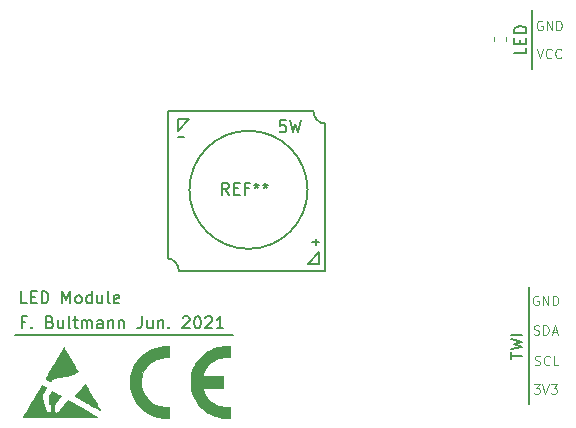
<source format=gbr>
%TF.GenerationSoftware,KiCad,Pcbnew,5.99.0-unknown-5c21f93803~130~ubuntu20.04.1*%
%TF.CreationDate,2021-06-27T11:12:40+02:00*%
%TF.ProjectId,LED-Modul,4c45442d-4d6f-4647-956c-2e6b69636164,rev?*%
%TF.SameCoordinates,Original*%
%TF.FileFunction,Legend,Top*%
%TF.FilePolarity,Positive*%
%FSLAX46Y46*%
G04 Gerber Fmt 4.6, Leading zero omitted, Abs format (unit mm)*
G04 Created by KiCad (PCBNEW 5.99.0-unknown-5c21f93803~130~ubuntu20.04.1) date 2021-06-27 11:12:40*
%MOMM*%
%LPD*%
G01*
G04 APERTURE LIST*
%ADD10C,0.150000*%
%ADD11C,0.100000*%
%ADD12C,0.200000*%
%ADD13C,0.120000*%
%ADD14C,0.010000*%
G04 APERTURE END LIST*
D10*
X168997952Y-85812000D02*
X168997952Y-80812000D01*
X125184190Y-108268000D02*
X143684190Y-108268000D01*
X168729952Y-114170000D02*
X168729952Y-104270000D01*
D11*
X169227619Y-110813809D02*
X169341904Y-110851904D01*
X169532380Y-110851904D01*
X169608571Y-110813809D01*
X169646666Y-110775714D01*
X169684761Y-110699523D01*
X169684761Y-110623333D01*
X169646666Y-110547142D01*
X169608571Y-110509047D01*
X169532380Y-110470952D01*
X169380000Y-110432857D01*
X169303809Y-110394761D01*
X169265714Y-110356666D01*
X169227619Y-110280476D01*
X169227619Y-110204285D01*
X169265714Y-110128095D01*
X169303809Y-110090000D01*
X169380000Y-110051904D01*
X169570476Y-110051904D01*
X169684761Y-110090000D01*
X170484761Y-110775714D02*
X170446666Y-110813809D01*
X170332380Y-110851904D01*
X170256190Y-110851904D01*
X170141904Y-110813809D01*
X170065714Y-110737619D01*
X170027619Y-110661428D01*
X169989523Y-110509047D01*
X169989523Y-110394761D01*
X170027619Y-110242380D01*
X170065714Y-110166190D01*
X170141904Y-110090000D01*
X170256190Y-110051904D01*
X170332380Y-110051904D01*
X170446666Y-110090000D01*
X170484761Y-110128095D01*
X171208571Y-110851904D02*
X170827619Y-110851904D01*
X170827619Y-110051904D01*
X169520428Y-105010000D02*
X169444237Y-104971904D01*
X169329952Y-104971904D01*
X169215666Y-105010000D01*
X169139475Y-105086190D01*
X169101380Y-105162380D01*
X169063285Y-105314761D01*
X169063285Y-105429047D01*
X169101380Y-105581428D01*
X169139475Y-105657619D01*
X169215666Y-105733809D01*
X169329952Y-105771904D01*
X169406142Y-105771904D01*
X169520428Y-105733809D01*
X169558523Y-105695714D01*
X169558523Y-105429047D01*
X169406142Y-105429047D01*
X169901380Y-105771904D02*
X169901380Y-104971904D01*
X170358523Y-105771904D01*
X170358523Y-104971904D01*
X170739475Y-105771904D02*
X170739475Y-104971904D01*
X170929952Y-104971904D01*
X171044237Y-105010000D01*
X171120428Y-105086190D01*
X171158523Y-105162380D01*
X171196618Y-105314761D01*
X171196618Y-105429047D01*
X171158523Y-105581428D01*
X171120428Y-105657619D01*
X171044237Y-105733809D01*
X170929952Y-105771904D01*
X170739475Y-105771904D01*
X169386285Y-84073904D02*
X169652952Y-84873904D01*
X169919618Y-84073904D01*
X170643428Y-84797714D02*
X170605332Y-84835809D01*
X170491047Y-84873904D01*
X170414856Y-84873904D01*
X170300571Y-84835809D01*
X170224380Y-84759619D01*
X170186285Y-84683428D01*
X170148190Y-84531047D01*
X170148190Y-84416761D01*
X170186285Y-84264380D01*
X170224380Y-84188190D01*
X170300571Y-84112000D01*
X170414856Y-84073904D01*
X170491047Y-84073904D01*
X170605332Y-84112000D01*
X170643428Y-84150095D01*
X171443428Y-84797714D02*
X171405332Y-84835809D01*
X171291047Y-84873904D01*
X171214856Y-84873904D01*
X171100571Y-84835809D01*
X171024380Y-84759619D01*
X170986285Y-84683428D01*
X170948190Y-84531047D01*
X170948190Y-84416761D01*
X170986285Y-84264380D01*
X171024380Y-84188190D01*
X171100571Y-84112000D01*
X171214856Y-84073904D01*
X171291047Y-84073904D01*
X171405332Y-84112000D01*
X171443428Y-84150095D01*
D12*
X126236000Y-105608380D02*
X125759809Y-105608380D01*
X125759809Y-104608380D01*
X126569333Y-105084571D02*
X126902666Y-105084571D01*
X127045523Y-105608380D02*
X126569333Y-105608380D01*
X126569333Y-104608380D01*
X127045523Y-104608380D01*
X127474095Y-105608380D02*
X127474095Y-104608380D01*
X127712190Y-104608380D01*
X127855047Y-104656000D01*
X127950285Y-104751238D01*
X127997904Y-104846476D01*
X128045523Y-105036952D01*
X128045523Y-105179809D01*
X127997904Y-105370285D01*
X127950285Y-105465523D01*
X127855047Y-105560761D01*
X127712190Y-105608380D01*
X127474095Y-105608380D01*
X129236000Y-105608380D02*
X129236000Y-104608380D01*
X129569333Y-105322666D01*
X129902666Y-104608380D01*
X129902666Y-105608380D01*
X130521714Y-105608380D02*
X130426476Y-105560761D01*
X130378857Y-105513142D01*
X130331238Y-105417904D01*
X130331238Y-105132190D01*
X130378857Y-105036952D01*
X130426476Y-104989333D01*
X130521714Y-104941714D01*
X130664571Y-104941714D01*
X130759809Y-104989333D01*
X130807428Y-105036952D01*
X130855047Y-105132190D01*
X130855047Y-105417904D01*
X130807428Y-105513142D01*
X130759809Y-105560761D01*
X130664571Y-105608380D01*
X130521714Y-105608380D01*
X131712190Y-105608380D02*
X131712190Y-104608380D01*
X131712190Y-105560761D02*
X131616952Y-105608380D01*
X131426476Y-105608380D01*
X131331238Y-105560761D01*
X131283619Y-105513142D01*
X131236000Y-105417904D01*
X131236000Y-105132190D01*
X131283619Y-105036952D01*
X131331238Y-104989333D01*
X131426476Y-104941714D01*
X131616952Y-104941714D01*
X131712190Y-104989333D01*
X132616952Y-104941714D02*
X132616952Y-105608380D01*
X132188380Y-104941714D02*
X132188380Y-105465523D01*
X132236000Y-105560761D01*
X132331238Y-105608380D01*
X132474095Y-105608380D01*
X132569333Y-105560761D01*
X132616952Y-105513142D01*
X133236000Y-105608380D02*
X133140761Y-105560761D01*
X133093142Y-105465523D01*
X133093142Y-104608380D01*
X133997904Y-105560761D02*
X133902666Y-105608380D01*
X133712190Y-105608380D01*
X133616952Y-105560761D01*
X133569333Y-105465523D01*
X133569333Y-105084571D01*
X133616952Y-104989333D01*
X133712190Y-104941714D01*
X133902666Y-104941714D01*
X133997904Y-104989333D01*
X134045523Y-105084571D01*
X134045523Y-105179809D01*
X133569333Y-105275047D01*
X167182332Y-110315238D02*
X167182332Y-109743809D01*
X168182332Y-110029523D02*
X167182332Y-110029523D01*
X167182332Y-109505714D02*
X168182332Y-109267619D01*
X167468047Y-109077142D01*
X168182332Y-108886666D01*
X167182332Y-108648571D01*
X168182332Y-108267619D02*
X167182332Y-108267619D01*
X126101809Y-107196571D02*
X125768475Y-107196571D01*
X125768475Y-107720380D02*
X125768475Y-106720380D01*
X126244666Y-106720380D01*
X126625618Y-107625142D02*
X126673237Y-107672761D01*
X126625618Y-107720380D01*
X126577999Y-107672761D01*
X126625618Y-107625142D01*
X126625618Y-107720380D01*
X128197047Y-107196571D02*
X128339904Y-107244190D01*
X128387523Y-107291809D01*
X128435142Y-107387047D01*
X128435142Y-107529904D01*
X128387523Y-107625142D01*
X128339904Y-107672761D01*
X128244666Y-107720380D01*
X127863713Y-107720380D01*
X127863713Y-106720380D01*
X128197047Y-106720380D01*
X128292285Y-106768000D01*
X128339904Y-106815619D01*
X128387523Y-106910857D01*
X128387523Y-107006095D01*
X128339904Y-107101333D01*
X128292285Y-107148952D01*
X128197047Y-107196571D01*
X127863713Y-107196571D01*
X129292285Y-107053714D02*
X129292285Y-107720380D01*
X128863713Y-107053714D02*
X128863713Y-107577523D01*
X128911332Y-107672761D01*
X129006570Y-107720380D01*
X129149428Y-107720380D01*
X129244666Y-107672761D01*
X129292285Y-107625142D01*
X129911332Y-107720380D02*
X129816094Y-107672761D01*
X129768475Y-107577523D01*
X129768475Y-106720380D01*
X130149428Y-107053714D02*
X130530380Y-107053714D01*
X130292285Y-106720380D02*
X130292285Y-107577523D01*
X130339904Y-107672761D01*
X130435142Y-107720380D01*
X130530380Y-107720380D01*
X130863713Y-107720380D02*
X130863713Y-107053714D01*
X130863713Y-107148952D02*
X130911332Y-107101333D01*
X131006570Y-107053714D01*
X131149428Y-107053714D01*
X131244666Y-107101333D01*
X131292285Y-107196571D01*
X131292285Y-107720380D01*
X131292285Y-107196571D02*
X131339904Y-107101333D01*
X131435142Y-107053714D01*
X131577999Y-107053714D01*
X131673237Y-107101333D01*
X131720856Y-107196571D01*
X131720856Y-107720380D01*
X132625618Y-107720380D02*
X132625618Y-107196571D01*
X132577999Y-107101333D01*
X132482761Y-107053714D01*
X132292285Y-107053714D01*
X132197047Y-107101333D01*
X132625618Y-107672761D02*
X132530380Y-107720380D01*
X132292285Y-107720380D01*
X132197047Y-107672761D01*
X132149428Y-107577523D01*
X132149428Y-107482285D01*
X132197047Y-107387047D01*
X132292285Y-107339428D01*
X132530380Y-107339428D01*
X132625618Y-107291809D01*
X133101809Y-107053714D02*
X133101809Y-107720380D01*
X133101809Y-107148952D02*
X133149428Y-107101333D01*
X133244666Y-107053714D01*
X133387523Y-107053714D01*
X133482761Y-107101333D01*
X133530380Y-107196571D01*
X133530380Y-107720380D01*
X134006570Y-107053714D02*
X134006570Y-107720380D01*
X134006570Y-107148952D02*
X134054190Y-107101333D01*
X134149428Y-107053714D01*
X134292285Y-107053714D01*
X134387523Y-107101333D01*
X134435142Y-107196571D01*
X134435142Y-107720380D01*
X135958951Y-106720380D02*
X135958951Y-107434666D01*
X135911332Y-107577523D01*
X135816094Y-107672761D01*
X135673237Y-107720380D01*
X135577999Y-107720380D01*
X136863713Y-107053714D02*
X136863713Y-107720380D01*
X136435142Y-107053714D02*
X136435142Y-107577523D01*
X136482761Y-107672761D01*
X136577999Y-107720380D01*
X136720856Y-107720380D01*
X136816094Y-107672761D01*
X136863713Y-107625142D01*
X137339904Y-107053714D02*
X137339904Y-107720380D01*
X137339904Y-107148952D02*
X137387523Y-107101333D01*
X137482761Y-107053714D01*
X137625618Y-107053714D01*
X137720856Y-107101333D01*
X137768475Y-107196571D01*
X137768475Y-107720380D01*
X138244666Y-107625142D02*
X138292285Y-107672761D01*
X138244666Y-107720380D01*
X138197047Y-107672761D01*
X138244666Y-107625142D01*
X138244666Y-107720380D01*
X139435142Y-106815619D02*
X139482761Y-106768000D01*
X139577999Y-106720380D01*
X139816094Y-106720380D01*
X139911332Y-106768000D01*
X139958951Y-106815619D01*
X140006570Y-106910857D01*
X140006570Y-107006095D01*
X139958951Y-107148952D01*
X139387523Y-107720380D01*
X140006570Y-107720380D01*
X140625618Y-106720380D02*
X140720856Y-106720380D01*
X140816094Y-106768000D01*
X140863713Y-106815619D01*
X140911332Y-106910857D01*
X140958951Y-107101333D01*
X140958951Y-107339428D01*
X140911332Y-107529904D01*
X140863713Y-107625142D01*
X140816094Y-107672761D01*
X140720856Y-107720380D01*
X140625618Y-107720380D01*
X140530380Y-107672761D01*
X140482761Y-107625142D01*
X140435142Y-107529904D01*
X140387523Y-107339428D01*
X140387523Y-107101333D01*
X140435142Y-106910857D01*
X140482761Y-106815619D01*
X140530380Y-106768000D01*
X140625618Y-106720380D01*
X141339904Y-106815619D02*
X141387523Y-106768000D01*
X141482761Y-106720380D01*
X141720856Y-106720380D01*
X141816094Y-106768000D01*
X141863713Y-106815619D01*
X141911332Y-106910857D01*
X141911332Y-107006095D01*
X141863713Y-107148952D01*
X141292285Y-107720380D01*
X141911332Y-107720380D01*
X142863713Y-107720380D02*
X142292285Y-107720380D01*
X142577999Y-107720380D02*
X142577999Y-106720380D01*
X142482761Y-106863238D01*
X142387523Y-106958476D01*
X142292285Y-107006095D01*
D11*
X169843428Y-81712000D02*
X169767237Y-81673904D01*
X169652952Y-81673904D01*
X169538666Y-81712000D01*
X169462475Y-81788190D01*
X169424380Y-81864380D01*
X169386285Y-82016761D01*
X169386285Y-82131047D01*
X169424380Y-82283428D01*
X169462475Y-82359619D01*
X169538666Y-82435809D01*
X169652952Y-82473904D01*
X169729142Y-82473904D01*
X169843428Y-82435809D01*
X169881523Y-82397714D01*
X169881523Y-82131047D01*
X169729142Y-82131047D01*
X170224380Y-82473904D02*
X170224380Y-81673904D01*
X170681523Y-82473904D01*
X170681523Y-81673904D01*
X171062475Y-82473904D02*
X171062475Y-81673904D01*
X171252952Y-81673904D01*
X171367237Y-81712000D01*
X171443428Y-81788190D01*
X171481523Y-81864380D01*
X171519618Y-82016761D01*
X171519618Y-82131047D01*
X171481523Y-82283428D01*
X171443428Y-82359619D01*
X171367237Y-82435809D01*
X171252952Y-82473904D01*
X171062475Y-82473904D01*
D12*
X168505332Y-83954857D02*
X168505332Y-84431047D01*
X167505332Y-84431047D01*
X167981523Y-83621523D02*
X167981523Y-83288190D01*
X168505332Y-83145333D02*
X168505332Y-83621523D01*
X167505332Y-83621523D01*
X167505332Y-83145333D01*
X168505332Y-82716761D02*
X167505332Y-82716761D01*
X167505332Y-82478666D01*
X167552952Y-82335809D01*
X167648190Y-82240571D01*
X167743428Y-82192952D01*
X167933904Y-82145333D01*
X168076761Y-82145333D01*
X168267237Y-82192952D01*
X168362475Y-82240571D01*
X168457713Y-82335809D01*
X168505332Y-82478666D01*
X168505332Y-82716761D01*
D11*
X169158523Y-108233809D02*
X169272809Y-108271904D01*
X169463285Y-108271904D01*
X169539475Y-108233809D01*
X169577571Y-108195714D01*
X169615666Y-108119523D01*
X169615666Y-108043333D01*
X169577571Y-107967142D01*
X169539475Y-107929047D01*
X169463285Y-107890952D01*
X169310904Y-107852857D01*
X169234713Y-107814761D01*
X169196618Y-107776666D01*
X169158523Y-107700476D01*
X169158523Y-107624285D01*
X169196618Y-107548095D01*
X169234713Y-107510000D01*
X169310904Y-107471904D01*
X169501380Y-107471904D01*
X169615666Y-107510000D01*
X169958523Y-108271904D02*
X169958523Y-107471904D01*
X170148999Y-107471904D01*
X170263285Y-107510000D01*
X170339475Y-107586190D01*
X170377571Y-107662380D01*
X170415666Y-107814761D01*
X170415666Y-107929047D01*
X170377571Y-108081428D01*
X170339475Y-108157619D01*
X170263285Y-108233809D01*
X170148999Y-108271904D01*
X169958523Y-108271904D01*
X170720428Y-108043333D02*
X171101380Y-108043333D01*
X170644237Y-108271904D02*
X170910904Y-107471904D01*
X171177571Y-108271904D01*
X169139475Y-112471904D02*
X169634713Y-112471904D01*
X169368047Y-112776666D01*
X169482332Y-112776666D01*
X169558523Y-112814761D01*
X169596618Y-112852857D01*
X169634713Y-112929047D01*
X169634713Y-113119523D01*
X169596618Y-113195714D01*
X169558523Y-113233809D01*
X169482332Y-113271904D01*
X169253761Y-113271904D01*
X169177571Y-113233809D01*
X169139475Y-113195714D01*
X169863285Y-112471904D02*
X170129952Y-113271904D01*
X170396618Y-112471904D01*
X170587094Y-112471904D02*
X171082332Y-112471904D01*
X170815666Y-112776666D01*
X170929952Y-112776666D01*
X171006142Y-112814761D01*
X171044237Y-112852857D01*
X171082332Y-112929047D01*
X171082332Y-113119523D01*
X171044237Y-113195714D01*
X171006142Y-113233809D01*
X170929952Y-113271904D01*
X170701380Y-113271904D01*
X170625190Y-113233809D01*
X170587094Y-113195714D01*
D10*
%TO.C,REF\u002A\u002A*%
X143326666Y-96412380D02*
X142993333Y-95936190D01*
X142755238Y-96412380D02*
X142755238Y-95412380D01*
X143136190Y-95412380D01*
X143231428Y-95460000D01*
X143279047Y-95507619D01*
X143326666Y-95602857D01*
X143326666Y-95745714D01*
X143279047Y-95840952D01*
X143231428Y-95888571D01*
X143136190Y-95936190D01*
X142755238Y-95936190D01*
X143755238Y-95888571D02*
X144088571Y-95888571D01*
X144231428Y-96412380D02*
X143755238Y-96412380D01*
X143755238Y-95412380D01*
X144231428Y-95412380D01*
X144993333Y-95888571D02*
X144660000Y-95888571D01*
X144660000Y-96412380D02*
X144660000Y-95412380D01*
X145136190Y-95412380D01*
X145660000Y-95412380D02*
X145660000Y-95650476D01*
X145421904Y-95555238D02*
X145660000Y-95650476D01*
X145898095Y-95555238D01*
X145517142Y-95840952D02*
X145660000Y-95650476D01*
X145802857Y-95840952D01*
X146421904Y-95412380D02*
X146421904Y-95650476D01*
X146183809Y-95555238D02*
X146421904Y-95650476D01*
X146660000Y-95555238D01*
X146279047Y-95840952D02*
X146421904Y-95650476D01*
X146564761Y-95840952D01*
X148151666Y-90130380D02*
X147675476Y-90130380D01*
X147627857Y-90606571D01*
X147675476Y-90558952D01*
X147770714Y-90511333D01*
X148008809Y-90511333D01*
X148104047Y-90558952D01*
X148151666Y-90606571D01*
X148199285Y-90701809D01*
X148199285Y-90939904D01*
X148151666Y-91035142D01*
X148104047Y-91082761D01*
X148008809Y-91130380D01*
X147770714Y-91130380D01*
X147675476Y-91082761D01*
X147627857Y-91035142D01*
X148532619Y-90130380D02*
X148770714Y-91130380D01*
X148961190Y-90416095D01*
X149151666Y-91130380D01*
X149389761Y-90130380D01*
D13*
X165790000Y-83396267D02*
X165790000Y-83103733D01*
X166810000Y-83396267D02*
X166810000Y-83103733D01*
D14*
X138123377Y-109252315D02*
X138187860Y-109253975D01*
X138187860Y-109253975D02*
X138234493Y-109256945D01*
X138234493Y-109256945D02*
X138254841Y-109260088D01*
X138254841Y-109260088D02*
X138284607Y-109268065D01*
X138284607Y-109268065D02*
X138284607Y-110188530D01*
X138284607Y-110188530D02*
X138075071Y-110181259D01*
X138075071Y-110181259D02*
X137865237Y-110181523D01*
X137865237Y-110181523D02*
X137671049Y-110198382D01*
X137671049Y-110198382D02*
X137486610Y-110233075D01*
X137486610Y-110233075D02*
X137306022Y-110286839D01*
X137306022Y-110286839D02*
X137123387Y-110360911D01*
X137123387Y-110360911D02*
X137047679Y-110396879D01*
X137047679Y-110396879D02*
X136867128Y-110495977D01*
X136867128Y-110495977D02*
X136704488Y-110607326D01*
X136704488Y-110607326D02*
X136552091Y-110736408D01*
X136552091Y-110736408D02*
X136492812Y-110793705D01*
X136492812Y-110793705D02*
X136336175Y-110968861D01*
X136336175Y-110968861D02*
X136200663Y-111159520D01*
X136200663Y-111159520D02*
X136086956Y-111364394D01*
X136086956Y-111364394D02*
X135995734Y-111582193D01*
X135995734Y-111582193D02*
X135927675Y-111811629D01*
X135927675Y-111811629D02*
X135907516Y-111904197D01*
X135907516Y-111904197D02*
X135895367Y-111988244D01*
X135895367Y-111988244D02*
X135887256Y-112091234D01*
X135887256Y-112091234D02*
X135883175Y-112205965D01*
X135883175Y-112205965D02*
X135883116Y-112325234D01*
X135883116Y-112325234D02*
X135887074Y-112441837D01*
X135887074Y-112441837D02*
X135895041Y-112548571D01*
X135895041Y-112548571D02*
X135907009Y-112638233D01*
X135907009Y-112638233D02*
X135908247Y-112645031D01*
X135908247Y-112645031D02*
X135964101Y-112873759D01*
X135964101Y-112873759D02*
X136043489Y-113091965D01*
X136043489Y-113091965D02*
X136145121Y-113298177D01*
X136145121Y-113298177D02*
X136267712Y-113490928D01*
X136267712Y-113490928D02*
X136409971Y-113668748D01*
X136409971Y-113668748D02*
X136570611Y-113830168D01*
X136570611Y-113830168D02*
X136748345Y-113973719D01*
X136748345Y-113973719D02*
X136941883Y-114097931D01*
X136941883Y-114097931D02*
X137149938Y-114201336D01*
X137149938Y-114201336D02*
X137333427Y-114270535D01*
X137333427Y-114270535D02*
X137436567Y-114302118D01*
X137436567Y-114302118D02*
X137531297Y-114326129D01*
X137531297Y-114326129D02*
X137624060Y-114343463D01*
X137624060Y-114343463D02*
X137721296Y-114355016D01*
X137721296Y-114355016D02*
X137829448Y-114361680D01*
X137829448Y-114361680D02*
X137954957Y-114364352D01*
X137954957Y-114364352D02*
X138010101Y-114364504D01*
X138010101Y-114364504D02*
X138284607Y-114364186D01*
X138284607Y-114364186D02*
X138284607Y-115281164D01*
X138284607Y-115281164D02*
X138254841Y-115289141D01*
X138254841Y-115289141D02*
X138229441Y-115292138D01*
X138229441Y-115292138D02*
X138182446Y-115294203D01*
X138182446Y-115294203D02*
X138118700Y-115295382D01*
X138118700Y-115295382D02*
X138043048Y-115295723D01*
X138043048Y-115295723D02*
X137960336Y-115295274D01*
X137960336Y-115295274D02*
X137875407Y-115294083D01*
X137875407Y-115294083D02*
X137793107Y-115292197D01*
X137793107Y-115292197D02*
X137718281Y-115289663D01*
X137718281Y-115289663D02*
X137655773Y-115286531D01*
X137655773Y-115286531D02*
X137610428Y-115282847D01*
X137610428Y-115282847D02*
X137609919Y-115282789D01*
X137609919Y-115282789D02*
X137496919Y-115266341D01*
X137496919Y-115266341D02*
X137369318Y-115241706D01*
X137369318Y-115241706D02*
X137236852Y-115211083D01*
X137236852Y-115211083D02*
X137109256Y-115176667D01*
X137109256Y-115176667D02*
X137028174Y-115151536D01*
X137028174Y-115151536D02*
X136763637Y-115050498D01*
X136763637Y-115050498D02*
X136512913Y-114927513D01*
X136512913Y-114927513D02*
X136276995Y-114783777D01*
X136276995Y-114783777D02*
X136056870Y-114620487D01*
X136056870Y-114620487D02*
X135853530Y-114438838D01*
X135853530Y-114438838D02*
X135667963Y-114240026D01*
X135667963Y-114240026D02*
X135501160Y-114025247D01*
X135501160Y-114025247D02*
X135354111Y-113795698D01*
X135354111Y-113795698D02*
X135227805Y-113552573D01*
X135227805Y-113552573D02*
X135123232Y-113297070D01*
X135123232Y-113297070D02*
X135041382Y-113030383D01*
X135041382Y-113030383D02*
X134983245Y-112753709D01*
X134983245Y-112753709D02*
X134970028Y-112664875D01*
X134970028Y-112664875D02*
X134961572Y-112580107D01*
X134961572Y-112580107D02*
X134955753Y-112476118D01*
X134955753Y-112476118D02*
X134952572Y-112360009D01*
X134952572Y-112360009D02*
X134952029Y-112238887D01*
X134952029Y-112238887D02*
X134954124Y-112119854D01*
X134954124Y-112119854D02*
X134958856Y-112010014D01*
X134958856Y-112010014D02*
X134966227Y-111916472D01*
X134966227Y-111916472D02*
X134970028Y-111884354D01*
X134970028Y-111884354D02*
X135020949Y-111601706D01*
X135020949Y-111601706D02*
X135096395Y-111328614D01*
X135096395Y-111328614D02*
X135196109Y-111065714D01*
X135196109Y-111065714D02*
X135319836Y-110813637D01*
X135319836Y-110813637D02*
X135467318Y-110573017D01*
X135467318Y-110573017D02*
X135546142Y-110462218D01*
X135546142Y-110462218D02*
X135724420Y-110244723D01*
X135724420Y-110244723D02*
X135920423Y-110046344D01*
X135920423Y-110046344D02*
X136132788Y-109867882D01*
X136132788Y-109867882D02*
X136360149Y-109710133D01*
X136360149Y-109710133D02*
X136601143Y-109573897D01*
X136601143Y-109573897D02*
X136854403Y-109459971D01*
X136854403Y-109459971D02*
X137118567Y-109369153D01*
X137118567Y-109369153D02*
X137392269Y-109302241D01*
X137392269Y-109302241D02*
X137583070Y-109270813D01*
X137583070Y-109270813D02*
X137635544Y-109265490D01*
X137635544Y-109265490D02*
X137704408Y-109260930D01*
X137704408Y-109260930D02*
X137784771Y-109257212D01*
X137784771Y-109257212D02*
X137871740Y-109254413D01*
X137871740Y-109254413D02*
X137960426Y-109252612D01*
X137960426Y-109252612D02*
X138045935Y-109251887D01*
X138045935Y-109251887D02*
X138123377Y-109252315D01*
X138123377Y-109252315D02*
X138123377Y-109252315D01*
G36*
X138123377Y-109252315D02*
G01*
X138187860Y-109253975D01*
X138234493Y-109256945D01*
X138254841Y-109260088D01*
X138284607Y-109268065D01*
X138284607Y-110188530D01*
X138075071Y-110181259D01*
X137865237Y-110181523D01*
X137671049Y-110198382D01*
X137486610Y-110233075D01*
X137306022Y-110286839D01*
X137123387Y-110360911D01*
X137047679Y-110396879D01*
X136867128Y-110495977D01*
X136704488Y-110607326D01*
X136552091Y-110736408D01*
X136492812Y-110793705D01*
X136336175Y-110968861D01*
X136200663Y-111159520D01*
X136086956Y-111364394D01*
X135995734Y-111582193D01*
X135927675Y-111811629D01*
X135907516Y-111904197D01*
X135895367Y-111988244D01*
X135887256Y-112091234D01*
X135883175Y-112205965D01*
X135883116Y-112325234D01*
X135887074Y-112441837D01*
X135895041Y-112548571D01*
X135907009Y-112638233D01*
X135908247Y-112645031D01*
X135964101Y-112873759D01*
X136043489Y-113091965D01*
X136145121Y-113298177D01*
X136267712Y-113490928D01*
X136409971Y-113668748D01*
X136570611Y-113830168D01*
X136748345Y-113973719D01*
X136941883Y-114097931D01*
X137149938Y-114201336D01*
X137333427Y-114270535D01*
X137436567Y-114302118D01*
X137531297Y-114326129D01*
X137624060Y-114343463D01*
X137721296Y-114355016D01*
X137829448Y-114361680D01*
X137954957Y-114364352D01*
X138010101Y-114364504D01*
X138284607Y-114364186D01*
X138284607Y-115281164D01*
X138254841Y-115289141D01*
X138229441Y-115292138D01*
X138182446Y-115294203D01*
X138118700Y-115295382D01*
X138043048Y-115295723D01*
X137960336Y-115295274D01*
X137875407Y-115294083D01*
X137793107Y-115292197D01*
X137718281Y-115289663D01*
X137655773Y-115286531D01*
X137610428Y-115282847D01*
X137609919Y-115282789D01*
X137496919Y-115266341D01*
X137369318Y-115241706D01*
X137236852Y-115211083D01*
X137109256Y-115176667D01*
X137028174Y-115151536D01*
X136763637Y-115050498D01*
X136512913Y-114927513D01*
X136276995Y-114783777D01*
X136056870Y-114620487D01*
X135853530Y-114438838D01*
X135667963Y-114240026D01*
X135501160Y-114025247D01*
X135354111Y-113795698D01*
X135227805Y-113552573D01*
X135123232Y-113297070D01*
X135041382Y-113030383D01*
X134983245Y-112753709D01*
X134970028Y-112664875D01*
X134961572Y-112580107D01*
X134955753Y-112476118D01*
X134952572Y-112360009D01*
X134952029Y-112238887D01*
X134954124Y-112119854D01*
X134958856Y-112010014D01*
X134966227Y-111916472D01*
X134970028Y-111884354D01*
X135020949Y-111601706D01*
X135096395Y-111328614D01*
X135196109Y-111065714D01*
X135319836Y-110813637D01*
X135467318Y-110573017D01*
X135546142Y-110462218D01*
X135724420Y-110244723D01*
X135920423Y-110046344D01*
X136132788Y-109867882D01*
X136360149Y-109710133D01*
X136601143Y-109573897D01*
X136854403Y-109459971D01*
X137118567Y-109369153D01*
X137392269Y-109302241D01*
X137583070Y-109270813D01*
X137635544Y-109265490D01*
X137704408Y-109260930D01*
X137784771Y-109257212D01*
X137871740Y-109254413D01*
X137960426Y-109252612D01*
X138045935Y-109251887D01*
X138123377Y-109252315D01*
G37*
X138123377Y-109252315D02*
X138187860Y-109253975D01*
X138234493Y-109256945D01*
X138254841Y-109260088D01*
X138284607Y-109268065D01*
X138284607Y-110188530D01*
X138075071Y-110181259D01*
X137865237Y-110181523D01*
X137671049Y-110198382D01*
X137486610Y-110233075D01*
X137306022Y-110286839D01*
X137123387Y-110360911D01*
X137047679Y-110396879D01*
X136867128Y-110495977D01*
X136704488Y-110607326D01*
X136552091Y-110736408D01*
X136492812Y-110793705D01*
X136336175Y-110968861D01*
X136200663Y-111159520D01*
X136086956Y-111364394D01*
X135995734Y-111582193D01*
X135927675Y-111811629D01*
X135907516Y-111904197D01*
X135895367Y-111988244D01*
X135887256Y-112091234D01*
X135883175Y-112205965D01*
X135883116Y-112325234D01*
X135887074Y-112441837D01*
X135895041Y-112548571D01*
X135907009Y-112638233D01*
X135908247Y-112645031D01*
X135964101Y-112873759D01*
X136043489Y-113091965D01*
X136145121Y-113298177D01*
X136267712Y-113490928D01*
X136409971Y-113668748D01*
X136570611Y-113830168D01*
X136748345Y-113973719D01*
X136941883Y-114097931D01*
X137149938Y-114201336D01*
X137333427Y-114270535D01*
X137436567Y-114302118D01*
X137531297Y-114326129D01*
X137624060Y-114343463D01*
X137721296Y-114355016D01*
X137829448Y-114361680D01*
X137954957Y-114364352D01*
X138010101Y-114364504D01*
X138284607Y-114364186D01*
X138284607Y-115281164D01*
X138254841Y-115289141D01*
X138229441Y-115292138D01*
X138182446Y-115294203D01*
X138118700Y-115295382D01*
X138043048Y-115295723D01*
X137960336Y-115295274D01*
X137875407Y-115294083D01*
X137793107Y-115292197D01*
X137718281Y-115289663D01*
X137655773Y-115286531D01*
X137610428Y-115282847D01*
X137609919Y-115282789D01*
X137496919Y-115266341D01*
X137369318Y-115241706D01*
X137236852Y-115211083D01*
X137109256Y-115176667D01*
X137028174Y-115151536D01*
X136763637Y-115050498D01*
X136512913Y-114927513D01*
X136276995Y-114783777D01*
X136056870Y-114620487D01*
X135853530Y-114438838D01*
X135667963Y-114240026D01*
X135501160Y-114025247D01*
X135354111Y-113795698D01*
X135227805Y-113552573D01*
X135123232Y-113297070D01*
X135041382Y-113030383D01*
X134983245Y-112753709D01*
X134970028Y-112664875D01*
X134961572Y-112580107D01*
X134955753Y-112476118D01*
X134952572Y-112360009D01*
X134952029Y-112238887D01*
X134954124Y-112119854D01*
X134958856Y-112010014D01*
X134966227Y-111916472D01*
X134970028Y-111884354D01*
X135020949Y-111601706D01*
X135096395Y-111328614D01*
X135196109Y-111065714D01*
X135319836Y-110813637D01*
X135467318Y-110573017D01*
X135546142Y-110462218D01*
X135724420Y-110244723D01*
X135920423Y-110046344D01*
X136132788Y-109867882D01*
X136360149Y-109710133D01*
X136601143Y-109573897D01*
X136854403Y-109459971D01*
X137118567Y-109369153D01*
X137392269Y-109302241D01*
X137583070Y-109270813D01*
X137635544Y-109265490D01*
X137704408Y-109260930D01*
X137784771Y-109257212D01*
X137871740Y-109254413D01*
X137960426Y-109252612D01*
X138045935Y-109251887D01*
X138123377Y-109252315D01*
X143417525Y-110184406D02*
X143123175Y-110184695D01*
X143123175Y-110184695D02*
X143021200Y-110185120D01*
X143021200Y-110185120D02*
X142940545Y-110186408D01*
X142940545Y-110186408D02*
X142876078Y-110188914D01*
X142876078Y-110188914D02*
X142822666Y-110192996D01*
X142822666Y-110192996D02*
X142775178Y-110199008D01*
X142775178Y-110199008D02*
X142728479Y-110207308D01*
X142728479Y-110207308D02*
X142694579Y-110214436D01*
X142694579Y-110214436D02*
X142464739Y-110277754D01*
X142464739Y-110277754D02*
X142245422Y-110364012D01*
X142245422Y-110364012D02*
X142038391Y-110472009D01*
X142038391Y-110472009D02*
X141845410Y-110600544D01*
X141845410Y-110600544D02*
X141668239Y-110748418D01*
X141668239Y-110748418D02*
X141508643Y-110914430D01*
X141508643Y-110914430D02*
X141368383Y-111097379D01*
X141368383Y-111097379D02*
X141343744Y-111134449D01*
X141343744Y-111134449D02*
X141291946Y-111221402D01*
X141291946Y-111221402D02*
X141239045Y-111322820D01*
X141239045Y-111322820D02*
X141188026Y-111431866D01*
X141188026Y-111431866D02*
X141141872Y-111541702D01*
X141141872Y-111541702D02*
X141103565Y-111645488D01*
X141103565Y-111645488D02*
X141076088Y-111736388D01*
X141076088Y-111736388D02*
X141069994Y-111761984D01*
X141069994Y-111761984D02*
X141060629Y-111804979D01*
X141060629Y-111804979D02*
X142822211Y-111804979D01*
X142822211Y-111804979D02*
X142822211Y-112744250D01*
X142822211Y-112744250D02*
X141060629Y-112744250D01*
X141060629Y-112744250D02*
X141069994Y-112787244D01*
X141069994Y-112787244D02*
X141095054Y-112878611D01*
X141095054Y-112878611D02*
X141132542Y-112984469D01*
X141132542Y-112984469D02*
X141179375Y-113097878D01*
X141179375Y-113097878D02*
X141232472Y-113211892D01*
X141232472Y-113211892D02*
X141288750Y-113319569D01*
X141288750Y-113319569D02*
X141345126Y-113413967D01*
X141345126Y-113413967D02*
X141354582Y-113428319D01*
X141354582Y-113428319D02*
X141498324Y-113619791D01*
X141498324Y-113619791D02*
X141659523Y-113791630D01*
X141659523Y-113791630D02*
X141837180Y-113943163D01*
X141837180Y-113943163D02*
X142030299Y-114073719D01*
X142030299Y-114073719D02*
X142237881Y-114182624D01*
X142237881Y-114182624D02*
X142458928Y-114269206D01*
X142458928Y-114269206D02*
X142692445Y-114332794D01*
X142692445Y-114332794D02*
X142698146Y-114334021D01*
X142698146Y-114334021D02*
X142750728Y-114344622D01*
X142750728Y-114344622D02*
X142799148Y-114352513D01*
X142799148Y-114352513D02*
X142848799Y-114358078D01*
X142848799Y-114358078D02*
X142905071Y-114361702D01*
X142905071Y-114361702D02*
X142973358Y-114363769D01*
X142973358Y-114363769D02*
X143059049Y-114364664D01*
X143059049Y-114364664D02*
X143129789Y-114364799D01*
X143129789Y-114364799D02*
X143417523Y-114364776D01*
X143417523Y-114364776D02*
X143417523Y-115297479D01*
X143417523Y-115297479D02*
X143129789Y-115295762D01*
X143129789Y-115295762D02*
X143037814Y-115294709D01*
X143037814Y-115294709D02*
X142948081Y-115292766D01*
X142948081Y-115292766D02*
X142866348Y-115290126D01*
X142866348Y-115290126D02*
X142798369Y-115286981D01*
X142798369Y-115286981D02*
X142749901Y-115283526D01*
X142749901Y-115283526D02*
X142742836Y-115282789D01*
X142742836Y-115282789D02*
X142517427Y-115246594D01*
X142517427Y-115246594D02*
X142285576Y-115189376D01*
X142285576Y-115189376D02*
X142053615Y-115113284D01*
X142053615Y-115113284D02*
X141827875Y-115020465D01*
X141827875Y-115020465D02*
X141614689Y-114913068D01*
X141614689Y-114913068D02*
X141558887Y-114881135D01*
X141558887Y-114881135D02*
X141395346Y-114775667D01*
X141395346Y-114775667D02*
X141229404Y-114651545D01*
X141229404Y-114651545D02*
X141067617Y-114514431D01*
X141067617Y-114514431D02*
X140916540Y-114369982D01*
X140916540Y-114369982D02*
X140782730Y-114223859D01*
X140782730Y-114223859D02*
X140746183Y-114179607D01*
X140746183Y-114179607D02*
X140584863Y-113958012D01*
X140584863Y-113958012D02*
X140443538Y-113720378D01*
X140443538Y-113720378D02*
X140323215Y-113469089D01*
X140323215Y-113469089D02*
X140224901Y-113206532D01*
X140224901Y-113206532D02*
X140149602Y-112935092D01*
X140149602Y-112935092D02*
X140098325Y-112657155D01*
X140098325Y-112657155D02*
X140095780Y-112638416D01*
X140095780Y-112638416D02*
X140088831Y-112566751D01*
X140088831Y-112566751D02*
X140083898Y-112476046D01*
X140083898Y-112476046D02*
X140080982Y-112372923D01*
X140080982Y-112372923D02*
X140080085Y-112264009D01*
X140080085Y-112264009D02*
X140081209Y-112155925D01*
X140081209Y-112155925D02*
X140084356Y-112055298D01*
X140084356Y-112055298D02*
X140089528Y-111968752D01*
X140089528Y-111968752D02*
X140095573Y-111910812D01*
X140095573Y-111910812D02*
X140147529Y-111625894D01*
X140147529Y-111625894D02*
X140222759Y-111350354D01*
X140222759Y-111350354D02*
X140320581Y-111085809D01*
X140320581Y-111085809D02*
X140440311Y-110833877D01*
X140440311Y-110833877D02*
X140581266Y-110596177D01*
X140581266Y-110596177D02*
X140742763Y-110374325D01*
X140742763Y-110374325D02*
X140746183Y-110370079D01*
X140746183Y-110370079D02*
X140926470Y-110167121D01*
X140926470Y-110167121D02*
X141125612Y-109980656D01*
X141125612Y-109980656D02*
X141341163Y-109812214D01*
X141341163Y-109812214D02*
X141570675Y-109663325D01*
X141570675Y-109663325D02*
X141811699Y-109535517D01*
X141811699Y-109535517D02*
X142061790Y-109430322D01*
X142061790Y-109430322D02*
X142318499Y-109349267D01*
X142318499Y-109349267D02*
X142418809Y-109324769D01*
X142418809Y-109324769D02*
X142542720Y-109298938D01*
X142542720Y-109298938D02*
X142657890Y-109279592D01*
X142657890Y-109279592D02*
X142771710Y-109265981D01*
X142771710Y-109265981D02*
X142891575Y-109257356D01*
X142891575Y-109257356D02*
X143024877Y-109252968D01*
X143024877Y-109252968D02*
X143136403Y-109252008D01*
X143136403Y-109252008D02*
X143417523Y-109251750D01*
X143417523Y-109251750D02*
X143417525Y-110184406D01*
X143417525Y-110184406D02*
X143417525Y-110184406D01*
G36*
X143417525Y-110184406D02*
G01*
X143123175Y-110184695D01*
X143021200Y-110185120D01*
X142940545Y-110186408D01*
X142876078Y-110188914D01*
X142822666Y-110192996D01*
X142775178Y-110199008D01*
X142728479Y-110207308D01*
X142694579Y-110214436D01*
X142464739Y-110277754D01*
X142245422Y-110364012D01*
X142038391Y-110472009D01*
X141845410Y-110600544D01*
X141668239Y-110748418D01*
X141508643Y-110914430D01*
X141368383Y-111097379D01*
X141343744Y-111134449D01*
X141291946Y-111221402D01*
X141239045Y-111322820D01*
X141188026Y-111431866D01*
X141141872Y-111541702D01*
X141103565Y-111645488D01*
X141076088Y-111736388D01*
X141069994Y-111761984D01*
X141060629Y-111804979D01*
X142822211Y-111804979D01*
X142822211Y-112744250D01*
X141060629Y-112744250D01*
X141069994Y-112787244D01*
X141095054Y-112878611D01*
X141132542Y-112984469D01*
X141179375Y-113097878D01*
X141232472Y-113211892D01*
X141288750Y-113319569D01*
X141345126Y-113413967D01*
X141354582Y-113428319D01*
X141498324Y-113619791D01*
X141659523Y-113791630D01*
X141837180Y-113943163D01*
X142030299Y-114073719D01*
X142237881Y-114182624D01*
X142458928Y-114269206D01*
X142692445Y-114332794D01*
X142698146Y-114334021D01*
X142750728Y-114344622D01*
X142799148Y-114352513D01*
X142848799Y-114358078D01*
X142905071Y-114361702D01*
X142973358Y-114363769D01*
X143059049Y-114364664D01*
X143129789Y-114364799D01*
X143417523Y-114364776D01*
X143417523Y-115297479D01*
X143129789Y-115295762D01*
X143037814Y-115294709D01*
X142948081Y-115292766D01*
X142866348Y-115290126D01*
X142798369Y-115286981D01*
X142749901Y-115283526D01*
X142742836Y-115282789D01*
X142517427Y-115246594D01*
X142285576Y-115189376D01*
X142053615Y-115113284D01*
X141827875Y-115020465D01*
X141614689Y-114913068D01*
X141558887Y-114881135D01*
X141395346Y-114775667D01*
X141229404Y-114651545D01*
X141067617Y-114514431D01*
X140916540Y-114369982D01*
X140782730Y-114223859D01*
X140746183Y-114179607D01*
X140584863Y-113958012D01*
X140443538Y-113720378D01*
X140323215Y-113469089D01*
X140224901Y-113206532D01*
X140149602Y-112935092D01*
X140098325Y-112657155D01*
X140095780Y-112638416D01*
X140088831Y-112566751D01*
X140083898Y-112476046D01*
X140080982Y-112372923D01*
X140080085Y-112264009D01*
X140081209Y-112155925D01*
X140084356Y-112055298D01*
X140089528Y-111968752D01*
X140095573Y-111910812D01*
X140147529Y-111625894D01*
X140222759Y-111350354D01*
X140320581Y-111085809D01*
X140440311Y-110833877D01*
X140581266Y-110596177D01*
X140742763Y-110374325D01*
X140746183Y-110370079D01*
X140926470Y-110167121D01*
X141125612Y-109980656D01*
X141341163Y-109812214D01*
X141570675Y-109663325D01*
X141811699Y-109535517D01*
X142061790Y-109430322D01*
X142318499Y-109349267D01*
X142418809Y-109324769D01*
X142542720Y-109298938D01*
X142657890Y-109279592D01*
X142771710Y-109265981D01*
X142891575Y-109257356D01*
X143024877Y-109252968D01*
X143136403Y-109252008D01*
X143417523Y-109251750D01*
X143417525Y-110184406D01*
G37*
X143417525Y-110184406D02*
X143123175Y-110184695D01*
X143021200Y-110185120D01*
X142940545Y-110186408D01*
X142876078Y-110188914D01*
X142822666Y-110192996D01*
X142775178Y-110199008D01*
X142728479Y-110207308D01*
X142694579Y-110214436D01*
X142464739Y-110277754D01*
X142245422Y-110364012D01*
X142038391Y-110472009D01*
X141845410Y-110600544D01*
X141668239Y-110748418D01*
X141508643Y-110914430D01*
X141368383Y-111097379D01*
X141343744Y-111134449D01*
X141291946Y-111221402D01*
X141239045Y-111322820D01*
X141188026Y-111431866D01*
X141141872Y-111541702D01*
X141103565Y-111645488D01*
X141076088Y-111736388D01*
X141069994Y-111761984D01*
X141060629Y-111804979D01*
X142822211Y-111804979D01*
X142822211Y-112744250D01*
X141060629Y-112744250D01*
X141069994Y-112787244D01*
X141095054Y-112878611D01*
X141132542Y-112984469D01*
X141179375Y-113097878D01*
X141232472Y-113211892D01*
X141288750Y-113319569D01*
X141345126Y-113413967D01*
X141354582Y-113428319D01*
X141498324Y-113619791D01*
X141659523Y-113791630D01*
X141837180Y-113943163D01*
X142030299Y-114073719D01*
X142237881Y-114182624D01*
X142458928Y-114269206D01*
X142692445Y-114332794D01*
X142698146Y-114334021D01*
X142750728Y-114344622D01*
X142799148Y-114352513D01*
X142848799Y-114358078D01*
X142905071Y-114361702D01*
X142973358Y-114363769D01*
X143059049Y-114364664D01*
X143129789Y-114364799D01*
X143417523Y-114364776D01*
X143417523Y-115297479D01*
X143129789Y-115295762D01*
X143037814Y-115294709D01*
X142948081Y-115292766D01*
X142866348Y-115290126D01*
X142798369Y-115286981D01*
X142749901Y-115283526D01*
X142742836Y-115282789D01*
X142517427Y-115246594D01*
X142285576Y-115189376D01*
X142053615Y-115113284D01*
X141827875Y-115020465D01*
X141614689Y-114913068D01*
X141558887Y-114881135D01*
X141395346Y-114775667D01*
X141229404Y-114651545D01*
X141067617Y-114514431D01*
X140916540Y-114369982D01*
X140782730Y-114223859D01*
X140746183Y-114179607D01*
X140584863Y-113958012D01*
X140443538Y-113720378D01*
X140323215Y-113469089D01*
X140224901Y-113206532D01*
X140149602Y-112935092D01*
X140098325Y-112657155D01*
X140095780Y-112638416D01*
X140088831Y-112566751D01*
X140083898Y-112476046D01*
X140080982Y-112372923D01*
X140080085Y-112264009D01*
X140081209Y-112155925D01*
X140084356Y-112055298D01*
X140089528Y-111968752D01*
X140095573Y-111910812D01*
X140147529Y-111625894D01*
X140222759Y-111350354D01*
X140320581Y-111085809D01*
X140440311Y-110833877D01*
X140581266Y-110596177D01*
X140742763Y-110374325D01*
X140746183Y-110370079D01*
X140926470Y-110167121D01*
X141125612Y-109980656D01*
X141341163Y-109812214D01*
X141570675Y-109663325D01*
X141811699Y-109535517D01*
X142061790Y-109430322D01*
X142318499Y-109349267D01*
X142418809Y-109324769D01*
X142542720Y-109298938D01*
X142657890Y-109279592D01*
X142771710Y-109265981D01*
X142891575Y-109257356D01*
X143024877Y-109252968D01*
X143136403Y-109252008D01*
X143417523Y-109251750D01*
X143417525Y-110184406D01*
X127506284Y-112559158D02*
X127538809Y-112571736D01*
X127538809Y-112571736D02*
X127588383Y-112596712D01*
X127588383Y-112596712D02*
X127659564Y-112635876D01*
X127659564Y-112635876D02*
X127665106Y-112638988D01*
X127665106Y-112638988D02*
X127730664Y-112676476D01*
X127730664Y-112676476D02*
X127785988Y-112709319D01*
X127785988Y-112709319D02*
X127825645Y-112734205D01*
X127825645Y-112734205D02*
X127844202Y-112747820D01*
X127844202Y-112747820D02*
X127844721Y-112748487D01*
X127844721Y-112748487D02*
X127840238Y-112767390D01*
X127840238Y-112767390D02*
X127819676Y-112809605D01*
X127819676Y-112809605D02*
X127784373Y-112872832D01*
X127784373Y-112872832D02*
X127735670Y-112954772D01*
X127735670Y-112954772D02*
X127674908Y-113053122D01*
X127674908Y-113053122D02*
X127603426Y-113165585D01*
X127603426Y-113165585D02*
X127585635Y-113193165D01*
X127585635Y-113193165D02*
X127539283Y-113269699D01*
X127539283Y-113269699D02*
X127505532Y-113335556D01*
X127505532Y-113335556D02*
X127487343Y-113384782D01*
X127487343Y-113384782D02*
X127485476Y-113394507D01*
X127485476Y-113394507D02*
X127486305Y-113437312D01*
X127486305Y-113437312D02*
X127495584Y-113505209D01*
X127495584Y-113505209D02*
X127512158Y-113593843D01*
X127512158Y-113593843D02*
X127534870Y-113698859D01*
X127534870Y-113698859D02*
X127562563Y-113815902D01*
X127562563Y-113815902D02*
X127594080Y-113940616D01*
X127594080Y-113940616D02*
X127628265Y-114068645D01*
X127628265Y-114068645D02*
X127663961Y-114195634D01*
X127663961Y-114195634D02*
X127700011Y-114317228D01*
X127700011Y-114317228D02*
X127735258Y-114429072D01*
X127735258Y-114429072D02*
X127768546Y-114526810D01*
X127768546Y-114526810D02*
X127798718Y-114606087D01*
X127798718Y-114606087D02*
X127819751Y-114653122D01*
X127819751Y-114653122D02*
X127844527Y-114703225D01*
X127844527Y-114703225D02*
X127867920Y-114751168D01*
X127867920Y-114751168D02*
X127869187Y-114753793D01*
X127869187Y-114753793D02*
X127907889Y-114802220D01*
X127907889Y-114802220D02*
X127964374Y-114834828D01*
X127964374Y-114834828D02*
X128030129Y-114850454D01*
X128030129Y-114850454D02*
X128096641Y-114847937D01*
X128096641Y-114847937D02*
X128155395Y-114826114D01*
X128155395Y-114826114D02*
X128188448Y-114797382D01*
X128188448Y-114797382D02*
X128236049Y-114718583D01*
X128236049Y-114718583D02*
X128270929Y-114620378D01*
X128270929Y-114620378D02*
X128290067Y-114512779D01*
X128290067Y-114512779D02*
X128292778Y-114451780D01*
X128292778Y-114451780D02*
X128281860Y-114337935D01*
X128281860Y-114337935D02*
X128249814Y-114243660D01*
X128249814Y-114243660D02*
X128194916Y-114164379D01*
X128194916Y-114164379D02*
X128177797Y-114146733D01*
X128177797Y-114146733D02*
X128126851Y-114097235D01*
X128126851Y-114097235D02*
X128123353Y-113747362D01*
X128123353Y-113747362D02*
X128119854Y-113397489D01*
X128119854Y-113397489D02*
X128209008Y-113262531D01*
X128209008Y-113262531D02*
X128250844Y-113201445D01*
X128250844Y-113201445D02*
X128291135Y-113146493D01*
X128291135Y-113146493D02*
X128324133Y-113105336D01*
X128324133Y-113105336D02*
X128338316Y-113090192D01*
X128338316Y-113090192D02*
X128378471Y-113052810D01*
X128378471Y-113052810D02*
X128432855Y-113082098D01*
X128432855Y-113082098D02*
X128467229Y-113103084D01*
X128467229Y-113103084D02*
X128486036Y-113119378D01*
X128486036Y-113119378D02*
X128487239Y-113122307D01*
X128487239Y-113122307D02*
X128500093Y-113134728D01*
X128500093Y-113134728D02*
X128522086Y-113143977D01*
X128522086Y-113143977D02*
X128543340Y-113152313D01*
X128543340Y-113152313D02*
X128575884Y-113168149D01*
X128575884Y-113168149D02*
X128622512Y-113193033D01*
X128622512Y-113193033D02*
X128686019Y-113228509D01*
X128686019Y-113228509D02*
X128769198Y-113276123D01*
X128769198Y-113276123D02*
X128874843Y-113337422D01*
X128874843Y-113337422D02*
X128932252Y-113370932D01*
X128932252Y-113370932D02*
X128999784Y-113411071D01*
X128999784Y-113411071D02*
X129044075Y-113439659D01*
X129044075Y-113439659D02*
X129069045Y-113460039D01*
X129069045Y-113460039D02*
X129078613Y-113475553D01*
X129078613Y-113475553D02*
X129076698Y-113489546D01*
X129076698Y-113489546D02*
X129075101Y-113492796D01*
X129075101Y-113492796D02*
X129059566Y-113513266D01*
X129059566Y-113513266D02*
X129026326Y-113551665D01*
X129026326Y-113551665D02*
X128979252Y-113603696D01*
X128979252Y-113603696D02*
X128922218Y-113665066D01*
X128922218Y-113665066D02*
X128872890Y-113717090D01*
X128872890Y-113717090D02*
X128759220Y-113840567D01*
X128759220Y-113840567D02*
X128670295Y-113947591D01*
X128670295Y-113947591D02*
X128605324Y-114039240D01*
X128605324Y-114039240D02*
X128563511Y-114116588D01*
X128563511Y-114116588D02*
X128549407Y-114155866D01*
X128549407Y-114155866D02*
X128543582Y-114190249D01*
X128543582Y-114190249D02*
X128537565Y-114248899D01*
X128537565Y-114248899D02*
X128531886Y-114325117D01*
X128531886Y-114325117D02*
X128527074Y-114412202D01*
X128527074Y-114412202D02*
X128524809Y-114467268D01*
X128524809Y-114467268D02*
X128521649Y-114562464D01*
X128521649Y-114562464D02*
X128520259Y-114632062D01*
X128520259Y-114632062D02*
X128521048Y-114681409D01*
X128521048Y-114681409D02*
X128524425Y-114715854D01*
X128524425Y-114715854D02*
X128530798Y-114740743D01*
X128530798Y-114740743D02*
X128540577Y-114761425D01*
X128540577Y-114761425D02*
X128548257Y-114774053D01*
X128548257Y-114774053D02*
X128592611Y-114822726D01*
X128592611Y-114822726D02*
X128649764Y-114856645D01*
X128649764Y-114856645D02*
X128709898Y-114871438D01*
X128709898Y-114871438D02*
X128754963Y-114866086D01*
X128754963Y-114866086D02*
X128795766Y-114842930D01*
X128795766Y-114842930D02*
X128846914Y-114801462D01*
X128846914Y-114801462D02*
X128901232Y-114748912D01*
X128901232Y-114748912D02*
X128951547Y-114692516D01*
X128951547Y-114692516D02*
X128990684Y-114639505D01*
X128990684Y-114639505D02*
X129005095Y-114613889D01*
X129005095Y-114613889D02*
X129026681Y-114578814D01*
X129026681Y-114578814D02*
X129065943Y-114525389D01*
X129065943Y-114525389D02*
X129119292Y-114457789D01*
X129119292Y-114457789D02*
X129183142Y-114380190D01*
X129183142Y-114380190D02*
X129253905Y-114296768D01*
X129253905Y-114296768D02*
X129327994Y-114211698D01*
X129327994Y-114211698D02*
X129401822Y-114129155D01*
X129401822Y-114129155D02*
X129471801Y-114053316D01*
X129471801Y-114053316D02*
X129534345Y-113988356D01*
X129534345Y-113988356D02*
X129583450Y-113940669D01*
X129583450Y-113940669D02*
X129637969Y-113893032D01*
X129637969Y-113893032D02*
X129683832Y-113857908D01*
X129683832Y-113857908D02*
X129716001Y-113838949D01*
X129716001Y-113838949D02*
X129726679Y-113836864D01*
X129726679Y-113836864D02*
X129743043Y-113845274D01*
X129743043Y-113845274D02*
X129783861Y-113867846D01*
X129783861Y-113867846D02*
X129846776Y-113903224D01*
X129846776Y-113903224D02*
X129929434Y-113950054D01*
X129929434Y-113950054D02*
X130029479Y-114006981D01*
X130029479Y-114006981D02*
X130144556Y-114072649D01*
X130144556Y-114072649D02*
X130272309Y-114145703D01*
X130272309Y-114145703D02*
X130410384Y-114224788D01*
X130410384Y-114224788D02*
X130556424Y-114308548D01*
X130556424Y-114308548D02*
X130708074Y-114395629D01*
X130708074Y-114395629D02*
X130862980Y-114484676D01*
X130862980Y-114484676D02*
X131018785Y-114574332D01*
X131018785Y-114574332D02*
X131173134Y-114663243D01*
X131173134Y-114663243D02*
X131323672Y-114750054D01*
X131323672Y-114750054D02*
X131468044Y-114833409D01*
X131468044Y-114833409D02*
X131603894Y-114911954D01*
X131603894Y-114911954D02*
X131728867Y-114984333D01*
X131728867Y-114984333D02*
X131840607Y-115049190D01*
X131840607Y-115049190D02*
X131936760Y-115105171D01*
X131936760Y-115105171D02*
X132014969Y-115150920D01*
X132014969Y-115150920D02*
X132072879Y-115185083D01*
X132072879Y-115185083D02*
X132108136Y-115206304D01*
X132108136Y-115206304D02*
X132118355Y-115212963D01*
X132118355Y-115212963D02*
X132104592Y-115214280D01*
X132104592Y-115214280D02*
X132061294Y-115215559D01*
X132061294Y-115215559D02*
X131989904Y-115216796D01*
X131989904Y-115216796D02*
X131891863Y-115217983D01*
X131891863Y-115217983D02*
X131768612Y-115219115D01*
X131768612Y-115219115D02*
X131621593Y-115220186D01*
X131621593Y-115220186D02*
X131452247Y-115221189D01*
X131452247Y-115221189D02*
X131262016Y-115222119D01*
X131262016Y-115222119D02*
X131052341Y-115222968D01*
X131052341Y-115222968D02*
X130824663Y-115223732D01*
X130824663Y-115223732D02*
X130580425Y-115224403D01*
X130580425Y-115224403D02*
X130321067Y-115224976D01*
X130321067Y-115224976D02*
X130048031Y-115225444D01*
X130048031Y-115225444D02*
X129762758Y-115225802D01*
X129762758Y-115225802D02*
X129466690Y-115226042D01*
X129466690Y-115226042D02*
X129161269Y-115226159D01*
X129161269Y-115226159D02*
X129033114Y-115226171D01*
X129033114Y-115226171D02*
X125933160Y-115226171D01*
X125933160Y-115226171D02*
X126154243Y-114842847D01*
X126154243Y-114842847D02*
X126201046Y-114761680D01*
X126201046Y-114761680D02*
X126261292Y-114657166D01*
X126261292Y-114657166D02*
X126332968Y-114532801D01*
X126332968Y-114532801D02*
X126414059Y-114392082D01*
X126414059Y-114392082D02*
X126502552Y-114238503D01*
X126502552Y-114238503D02*
X126596430Y-114075562D01*
X126596430Y-114075562D02*
X126693681Y-113906754D01*
X126693681Y-113906754D02*
X126792290Y-113735575D01*
X126792290Y-113735575D02*
X126890243Y-113565521D01*
X126890243Y-113565521D02*
X126915015Y-113522512D01*
X126915015Y-113522512D02*
X127005342Y-113365857D01*
X127005342Y-113365857D02*
X127091479Y-113216803D01*
X127091479Y-113216803D02*
X127172132Y-113077568D01*
X127172132Y-113077568D02*
X127246006Y-112950371D01*
X127246006Y-112950371D02*
X127311807Y-112837432D01*
X127311807Y-112837432D02*
X127368240Y-112740968D01*
X127368240Y-112740968D02*
X127414011Y-112663200D01*
X127414011Y-112663200D02*
X127447825Y-112606346D01*
X127447825Y-112606346D02*
X127468388Y-112572625D01*
X127468388Y-112572625D02*
X127474143Y-112564040D01*
X127474143Y-112564040D02*
X127486248Y-112557189D01*
X127486248Y-112557189D02*
X127506284Y-112559158D01*
X127506284Y-112559158D02*
X127506284Y-112559158D01*
G36*
X127506284Y-112559158D02*
G01*
X127538809Y-112571736D01*
X127588383Y-112596712D01*
X127659564Y-112635876D01*
X127665106Y-112638988D01*
X127730664Y-112676476D01*
X127785988Y-112709319D01*
X127825645Y-112734205D01*
X127844202Y-112747820D01*
X127844721Y-112748487D01*
X127840238Y-112767390D01*
X127819676Y-112809605D01*
X127784373Y-112872832D01*
X127735670Y-112954772D01*
X127674908Y-113053122D01*
X127603426Y-113165585D01*
X127585635Y-113193165D01*
X127539283Y-113269699D01*
X127505532Y-113335556D01*
X127487343Y-113384782D01*
X127485476Y-113394507D01*
X127486305Y-113437312D01*
X127495584Y-113505209D01*
X127512158Y-113593843D01*
X127534870Y-113698859D01*
X127562563Y-113815902D01*
X127594080Y-113940616D01*
X127628265Y-114068645D01*
X127663961Y-114195634D01*
X127700011Y-114317228D01*
X127735258Y-114429072D01*
X127768546Y-114526810D01*
X127798718Y-114606087D01*
X127819751Y-114653122D01*
X127844527Y-114703225D01*
X127867920Y-114751168D01*
X127869187Y-114753793D01*
X127907889Y-114802220D01*
X127964374Y-114834828D01*
X128030129Y-114850454D01*
X128096641Y-114847937D01*
X128155395Y-114826114D01*
X128188448Y-114797382D01*
X128236049Y-114718583D01*
X128270929Y-114620378D01*
X128290067Y-114512779D01*
X128292778Y-114451780D01*
X128281860Y-114337935D01*
X128249814Y-114243660D01*
X128194916Y-114164379D01*
X128177797Y-114146733D01*
X128126851Y-114097235D01*
X128123353Y-113747362D01*
X128119854Y-113397489D01*
X128209008Y-113262531D01*
X128250844Y-113201445D01*
X128291135Y-113146493D01*
X128324133Y-113105336D01*
X128338316Y-113090192D01*
X128378471Y-113052810D01*
X128432855Y-113082098D01*
X128467229Y-113103084D01*
X128486036Y-113119378D01*
X128487239Y-113122307D01*
X128500093Y-113134728D01*
X128522086Y-113143977D01*
X128543340Y-113152313D01*
X128575884Y-113168149D01*
X128622512Y-113193033D01*
X128686019Y-113228509D01*
X128769198Y-113276123D01*
X128874843Y-113337422D01*
X128932252Y-113370932D01*
X128999784Y-113411071D01*
X129044075Y-113439659D01*
X129069045Y-113460039D01*
X129078613Y-113475553D01*
X129076698Y-113489546D01*
X129075101Y-113492796D01*
X129059566Y-113513266D01*
X129026326Y-113551665D01*
X128979252Y-113603696D01*
X128922218Y-113665066D01*
X128872890Y-113717090D01*
X128759220Y-113840567D01*
X128670295Y-113947591D01*
X128605324Y-114039240D01*
X128563511Y-114116588D01*
X128549407Y-114155866D01*
X128543582Y-114190249D01*
X128537565Y-114248899D01*
X128531886Y-114325117D01*
X128527074Y-114412202D01*
X128524809Y-114467268D01*
X128521649Y-114562464D01*
X128520259Y-114632062D01*
X128521048Y-114681409D01*
X128524425Y-114715854D01*
X128530798Y-114740743D01*
X128540577Y-114761425D01*
X128548257Y-114774053D01*
X128592611Y-114822726D01*
X128649764Y-114856645D01*
X128709898Y-114871438D01*
X128754963Y-114866086D01*
X128795766Y-114842930D01*
X128846914Y-114801462D01*
X128901232Y-114748912D01*
X128951547Y-114692516D01*
X128990684Y-114639505D01*
X129005095Y-114613889D01*
X129026681Y-114578814D01*
X129065943Y-114525389D01*
X129119292Y-114457789D01*
X129183142Y-114380190D01*
X129253905Y-114296768D01*
X129327994Y-114211698D01*
X129401822Y-114129155D01*
X129471801Y-114053316D01*
X129534345Y-113988356D01*
X129583450Y-113940669D01*
X129637969Y-113893032D01*
X129683832Y-113857908D01*
X129716001Y-113838949D01*
X129726679Y-113836864D01*
X129743043Y-113845274D01*
X129783861Y-113867846D01*
X129846776Y-113903224D01*
X129929434Y-113950054D01*
X130029479Y-114006981D01*
X130144556Y-114072649D01*
X130272309Y-114145703D01*
X130410384Y-114224788D01*
X130556424Y-114308548D01*
X130708074Y-114395629D01*
X130862980Y-114484676D01*
X131018785Y-114574332D01*
X131173134Y-114663243D01*
X131323672Y-114750054D01*
X131468044Y-114833409D01*
X131603894Y-114911954D01*
X131728867Y-114984333D01*
X131840607Y-115049190D01*
X131936760Y-115105171D01*
X132014969Y-115150920D01*
X132072879Y-115185083D01*
X132108136Y-115206304D01*
X132118355Y-115212963D01*
X132104592Y-115214280D01*
X132061294Y-115215559D01*
X131989904Y-115216796D01*
X131891863Y-115217983D01*
X131768612Y-115219115D01*
X131621593Y-115220186D01*
X131452247Y-115221189D01*
X131262016Y-115222119D01*
X131052341Y-115222968D01*
X130824663Y-115223732D01*
X130580425Y-115224403D01*
X130321067Y-115224976D01*
X130048031Y-115225444D01*
X129762758Y-115225802D01*
X129466690Y-115226042D01*
X129161269Y-115226159D01*
X129033114Y-115226171D01*
X125933160Y-115226171D01*
X126154243Y-114842847D01*
X126201046Y-114761680D01*
X126261292Y-114657166D01*
X126332968Y-114532801D01*
X126414059Y-114392082D01*
X126502552Y-114238503D01*
X126596430Y-114075562D01*
X126693681Y-113906754D01*
X126792290Y-113735575D01*
X126890243Y-113565521D01*
X126915015Y-113522512D01*
X127005342Y-113365857D01*
X127091479Y-113216803D01*
X127172132Y-113077568D01*
X127246006Y-112950371D01*
X127311807Y-112837432D01*
X127368240Y-112740968D01*
X127414011Y-112663200D01*
X127447825Y-112606346D01*
X127468388Y-112572625D01*
X127474143Y-112564040D01*
X127486248Y-112557189D01*
X127506284Y-112559158D01*
G37*
X127506284Y-112559158D02*
X127538809Y-112571736D01*
X127588383Y-112596712D01*
X127659564Y-112635876D01*
X127665106Y-112638988D01*
X127730664Y-112676476D01*
X127785988Y-112709319D01*
X127825645Y-112734205D01*
X127844202Y-112747820D01*
X127844721Y-112748487D01*
X127840238Y-112767390D01*
X127819676Y-112809605D01*
X127784373Y-112872832D01*
X127735670Y-112954772D01*
X127674908Y-113053122D01*
X127603426Y-113165585D01*
X127585635Y-113193165D01*
X127539283Y-113269699D01*
X127505532Y-113335556D01*
X127487343Y-113384782D01*
X127485476Y-113394507D01*
X127486305Y-113437312D01*
X127495584Y-113505209D01*
X127512158Y-113593843D01*
X127534870Y-113698859D01*
X127562563Y-113815902D01*
X127594080Y-113940616D01*
X127628265Y-114068645D01*
X127663961Y-114195634D01*
X127700011Y-114317228D01*
X127735258Y-114429072D01*
X127768546Y-114526810D01*
X127798718Y-114606087D01*
X127819751Y-114653122D01*
X127844527Y-114703225D01*
X127867920Y-114751168D01*
X127869187Y-114753793D01*
X127907889Y-114802220D01*
X127964374Y-114834828D01*
X128030129Y-114850454D01*
X128096641Y-114847937D01*
X128155395Y-114826114D01*
X128188448Y-114797382D01*
X128236049Y-114718583D01*
X128270929Y-114620378D01*
X128290067Y-114512779D01*
X128292778Y-114451780D01*
X128281860Y-114337935D01*
X128249814Y-114243660D01*
X128194916Y-114164379D01*
X128177797Y-114146733D01*
X128126851Y-114097235D01*
X128123353Y-113747362D01*
X128119854Y-113397489D01*
X128209008Y-113262531D01*
X128250844Y-113201445D01*
X128291135Y-113146493D01*
X128324133Y-113105336D01*
X128338316Y-113090192D01*
X128378471Y-113052810D01*
X128432855Y-113082098D01*
X128467229Y-113103084D01*
X128486036Y-113119378D01*
X128487239Y-113122307D01*
X128500093Y-113134728D01*
X128522086Y-113143977D01*
X128543340Y-113152313D01*
X128575884Y-113168149D01*
X128622512Y-113193033D01*
X128686019Y-113228509D01*
X128769198Y-113276123D01*
X128874843Y-113337422D01*
X128932252Y-113370932D01*
X128999784Y-113411071D01*
X129044075Y-113439659D01*
X129069045Y-113460039D01*
X129078613Y-113475553D01*
X129076698Y-113489546D01*
X129075101Y-113492796D01*
X129059566Y-113513266D01*
X129026326Y-113551665D01*
X128979252Y-113603696D01*
X128922218Y-113665066D01*
X128872890Y-113717090D01*
X128759220Y-113840567D01*
X128670295Y-113947591D01*
X128605324Y-114039240D01*
X128563511Y-114116588D01*
X128549407Y-114155866D01*
X128543582Y-114190249D01*
X128537565Y-114248899D01*
X128531886Y-114325117D01*
X128527074Y-114412202D01*
X128524809Y-114467268D01*
X128521649Y-114562464D01*
X128520259Y-114632062D01*
X128521048Y-114681409D01*
X128524425Y-114715854D01*
X128530798Y-114740743D01*
X128540577Y-114761425D01*
X128548257Y-114774053D01*
X128592611Y-114822726D01*
X128649764Y-114856645D01*
X128709898Y-114871438D01*
X128754963Y-114866086D01*
X128795766Y-114842930D01*
X128846914Y-114801462D01*
X128901232Y-114748912D01*
X128951547Y-114692516D01*
X128990684Y-114639505D01*
X129005095Y-114613889D01*
X129026681Y-114578814D01*
X129065943Y-114525389D01*
X129119292Y-114457789D01*
X129183142Y-114380190D01*
X129253905Y-114296768D01*
X129327994Y-114211698D01*
X129401822Y-114129155D01*
X129471801Y-114053316D01*
X129534345Y-113988356D01*
X129583450Y-113940669D01*
X129637969Y-113893032D01*
X129683832Y-113857908D01*
X129716001Y-113838949D01*
X129726679Y-113836864D01*
X129743043Y-113845274D01*
X129783861Y-113867846D01*
X129846776Y-113903224D01*
X129929434Y-113950054D01*
X130029479Y-114006981D01*
X130144556Y-114072649D01*
X130272309Y-114145703D01*
X130410384Y-114224788D01*
X130556424Y-114308548D01*
X130708074Y-114395629D01*
X130862980Y-114484676D01*
X131018785Y-114574332D01*
X131173134Y-114663243D01*
X131323672Y-114750054D01*
X131468044Y-114833409D01*
X131603894Y-114911954D01*
X131728867Y-114984333D01*
X131840607Y-115049190D01*
X131936760Y-115105171D01*
X132014969Y-115150920D01*
X132072879Y-115185083D01*
X132108136Y-115206304D01*
X132118355Y-115212963D01*
X132104592Y-115214280D01*
X132061294Y-115215559D01*
X131989904Y-115216796D01*
X131891863Y-115217983D01*
X131768612Y-115219115D01*
X131621593Y-115220186D01*
X131452247Y-115221189D01*
X131262016Y-115222119D01*
X131052341Y-115222968D01*
X130824663Y-115223732D01*
X130580425Y-115224403D01*
X130321067Y-115224976D01*
X130048031Y-115225444D01*
X129762758Y-115225802D01*
X129466690Y-115226042D01*
X129161269Y-115226159D01*
X129033114Y-115226171D01*
X125933160Y-115226171D01*
X126154243Y-114842847D01*
X126201046Y-114761680D01*
X126261292Y-114657166D01*
X126332968Y-114532801D01*
X126414059Y-114392082D01*
X126502552Y-114238503D01*
X126596430Y-114075562D01*
X126693681Y-113906754D01*
X126792290Y-113735575D01*
X126890243Y-113565521D01*
X126915015Y-113522512D01*
X127005342Y-113365857D01*
X127091479Y-113216803D01*
X127172132Y-113077568D01*
X127246006Y-112950371D01*
X127311807Y-112837432D01*
X127368240Y-112740968D01*
X127414011Y-112663200D01*
X127447825Y-112606346D01*
X127468388Y-112572625D01*
X127474143Y-112564040D01*
X127486248Y-112557189D01*
X127506284Y-112559158D01*
X129348233Y-109353835D02*
X129371255Y-109391245D01*
X129371255Y-109391245D02*
X129406724Y-109450514D01*
X129406724Y-109450514D02*
X129453186Y-109529118D01*
X129453186Y-109529118D02*
X129509186Y-109624538D01*
X129509186Y-109624538D02*
X129573271Y-109734250D01*
X129573271Y-109734250D02*
X129643986Y-109855734D01*
X129643986Y-109855734D02*
X129719877Y-109986468D01*
X129719877Y-109986468D02*
X129799489Y-110123930D01*
X129799489Y-110123930D02*
X129881368Y-110265598D01*
X129881368Y-110265598D02*
X129964060Y-110408951D01*
X129964060Y-110408951D02*
X130046111Y-110551467D01*
X130046111Y-110551467D02*
X130126066Y-110690624D01*
X130126066Y-110690624D02*
X130202471Y-110823901D01*
X130202471Y-110823901D02*
X130273872Y-110948776D01*
X130273872Y-110948776D02*
X130338814Y-111062727D01*
X130338814Y-111062727D02*
X130395843Y-111163233D01*
X130395843Y-111163233D02*
X130443505Y-111247772D01*
X130443505Y-111247772D02*
X130480345Y-111313822D01*
X130480345Y-111313822D02*
X130504910Y-111358862D01*
X130504910Y-111358862D02*
X130515744Y-111380370D01*
X130515744Y-111380370D02*
X130516141Y-111381714D01*
X130516141Y-111381714D02*
X130502691Y-111399965D01*
X130502691Y-111399965D02*
X130465304Y-111427882D01*
X130465304Y-111427882D02*
X130408425Y-111462725D01*
X130408425Y-111462725D02*
X130336502Y-111501754D01*
X130336502Y-111501754D02*
X130261205Y-111538843D01*
X130261205Y-111538843D02*
X130158750Y-111583817D01*
X130158750Y-111583817D02*
X130051007Y-111624226D01*
X130051007Y-111624226D02*
X129934263Y-111660969D01*
X129934263Y-111660969D02*
X129804808Y-111694942D01*
X129804808Y-111694942D02*
X129658930Y-111727044D01*
X129658930Y-111727044D02*
X129492916Y-111758173D01*
X129492916Y-111758173D02*
X129303056Y-111789227D01*
X129303056Y-111789227D02*
X129106659Y-111818145D01*
X129106659Y-111818145D02*
X128936024Y-111843800D01*
X128936024Y-111843800D02*
X128792735Y-111869198D01*
X128792735Y-111869198D02*
X128673198Y-111895602D01*
X128673198Y-111895602D02*
X128573820Y-111924273D01*
X128573820Y-111924273D02*
X128491008Y-111956473D01*
X128491008Y-111956473D02*
X128421168Y-111993465D01*
X128421168Y-111993465D02*
X128360708Y-112036512D01*
X128360708Y-112036512D02*
X128306035Y-112086875D01*
X128306035Y-112086875D02*
X128288404Y-112105583D01*
X128288404Y-112105583D02*
X128250190Y-112149139D01*
X128250190Y-112149139D02*
X128221922Y-112184682D01*
X128221922Y-112184682D02*
X128208808Y-112205583D01*
X128208808Y-112205583D02*
X128208458Y-112207297D01*
X128208458Y-112207297D02*
X128203870Y-112217806D01*
X128203870Y-112217806D02*
X128187948Y-112217924D01*
X128187948Y-112217924D02*
X128157456Y-112206254D01*
X128157456Y-112206254D02*
X128109158Y-112181396D01*
X128109158Y-112181396D02*
X128039817Y-112141952D01*
X128039817Y-112141952D02*
X127991629Y-112113587D01*
X127991629Y-112113587D02*
X127919773Y-112069247D01*
X127919773Y-112069247D02*
X127863932Y-112031279D01*
X127863932Y-112031279D02*
X127827857Y-112002416D01*
X127827857Y-112002416D02*
X127815303Y-111985388D01*
X127815303Y-111985388D02*
X127815311Y-111985264D01*
X127815311Y-111985264D02*
X127823096Y-111969037D01*
X127823096Y-111969037D02*
X127845082Y-111928400D01*
X127845082Y-111928400D02*
X127879993Y-111865567D01*
X127879993Y-111865567D02*
X127926553Y-111782752D01*
X127926553Y-111782752D02*
X127983485Y-111682172D01*
X127983485Y-111682172D02*
X128049513Y-111566040D01*
X128049513Y-111566040D02*
X128123362Y-111436571D01*
X128123362Y-111436571D02*
X128203754Y-111295980D01*
X128203754Y-111295980D02*
X128289414Y-111146482D01*
X128289414Y-111146482D02*
X128379066Y-110990292D01*
X128379066Y-110990292D02*
X128471433Y-110829624D01*
X128471433Y-110829624D02*
X128565239Y-110666693D01*
X128565239Y-110666693D02*
X128659208Y-110503713D01*
X128659208Y-110503713D02*
X128752064Y-110342900D01*
X128752064Y-110342900D02*
X128842530Y-110186468D01*
X128842530Y-110186468D02*
X128929331Y-110036633D01*
X128929331Y-110036633D02*
X129011190Y-109895608D01*
X129011190Y-109895608D02*
X129086831Y-109765609D01*
X129086831Y-109765609D02*
X129154977Y-109648849D01*
X129154977Y-109648849D02*
X129214353Y-109547545D01*
X129214353Y-109547545D02*
X129263683Y-109463911D01*
X129263683Y-109463911D02*
X129301690Y-109400162D01*
X129301690Y-109400162D02*
X129327097Y-109358511D01*
X129327097Y-109358511D02*
X129338630Y-109341175D01*
X129338630Y-109341175D02*
X129339113Y-109340805D01*
X129339113Y-109340805D02*
X129348233Y-109353835D01*
X129348233Y-109353835D02*
X129348233Y-109353835D01*
G36*
X129348233Y-109353835D02*
G01*
X129371255Y-109391245D01*
X129406724Y-109450514D01*
X129453186Y-109529118D01*
X129509186Y-109624538D01*
X129573271Y-109734250D01*
X129643986Y-109855734D01*
X129719877Y-109986468D01*
X129799489Y-110123930D01*
X129881368Y-110265598D01*
X129964060Y-110408951D01*
X130046111Y-110551467D01*
X130126066Y-110690624D01*
X130202471Y-110823901D01*
X130273872Y-110948776D01*
X130338814Y-111062727D01*
X130395843Y-111163233D01*
X130443505Y-111247772D01*
X130480345Y-111313822D01*
X130504910Y-111358862D01*
X130515744Y-111380370D01*
X130516141Y-111381714D01*
X130502691Y-111399965D01*
X130465304Y-111427882D01*
X130408425Y-111462725D01*
X130336502Y-111501754D01*
X130261205Y-111538843D01*
X130158750Y-111583817D01*
X130051007Y-111624226D01*
X129934263Y-111660969D01*
X129804808Y-111694942D01*
X129658930Y-111727044D01*
X129492916Y-111758173D01*
X129303056Y-111789227D01*
X129106659Y-111818145D01*
X128936024Y-111843800D01*
X128792735Y-111869198D01*
X128673198Y-111895602D01*
X128573820Y-111924273D01*
X128491008Y-111956473D01*
X128421168Y-111993465D01*
X128360708Y-112036512D01*
X128306035Y-112086875D01*
X128288404Y-112105583D01*
X128250190Y-112149139D01*
X128221922Y-112184682D01*
X128208808Y-112205583D01*
X128208458Y-112207297D01*
X128203870Y-112217806D01*
X128187948Y-112217924D01*
X128157456Y-112206254D01*
X128109158Y-112181396D01*
X128039817Y-112141952D01*
X127991629Y-112113587D01*
X127919773Y-112069247D01*
X127863932Y-112031279D01*
X127827857Y-112002416D01*
X127815303Y-111985388D01*
X127815311Y-111985264D01*
X127823096Y-111969037D01*
X127845082Y-111928400D01*
X127879993Y-111865567D01*
X127926553Y-111782752D01*
X127983485Y-111682172D01*
X128049513Y-111566040D01*
X128123362Y-111436571D01*
X128203754Y-111295980D01*
X128289414Y-111146482D01*
X128379066Y-110990292D01*
X128471433Y-110829624D01*
X128565239Y-110666693D01*
X128659208Y-110503713D01*
X128752064Y-110342900D01*
X128842530Y-110186468D01*
X128929331Y-110036633D01*
X129011190Y-109895608D01*
X129086831Y-109765609D01*
X129154977Y-109648849D01*
X129214353Y-109547545D01*
X129263683Y-109463911D01*
X129301690Y-109400162D01*
X129327097Y-109358511D01*
X129338630Y-109341175D01*
X129339113Y-109340805D01*
X129348233Y-109353835D01*
G37*
X129348233Y-109353835D02*
X129371255Y-109391245D01*
X129406724Y-109450514D01*
X129453186Y-109529118D01*
X129509186Y-109624538D01*
X129573271Y-109734250D01*
X129643986Y-109855734D01*
X129719877Y-109986468D01*
X129799489Y-110123930D01*
X129881368Y-110265598D01*
X129964060Y-110408951D01*
X130046111Y-110551467D01*
X130126066Y-110690624D01*
X130202471Y-110823901D01*
X130273872Y-110948776D01*
X130338814Y-111062727D01*
X130395843Y-111163233D01*
X130443505Y-111247772D01*
X130480345Y-111313822D01*
X130504910Y-111358862D01*
X130515744Y-111380370D01*
X130516141Y-111381714D01*
X130502691Y-111399965D01*
X130465304Y-111427882D01*
X130408425Y-111462725D01*
X130336502Y-111501754D01*
X130261205Y-111538843D01*
X130158750Y-111583817D01*
X130051007Y-111624226D01*
X129934263Y-111660969D01*
X129804808Y-111694942D01*
X129658930Y-111727044D01*
X129492916Y-111758173D01*
X129303056Y-111789227D01*
X129106659Y-111818145D01*
X128936024Y-111843800D01*
X128792735Y-111869198D01*
X128673198Y-111895602D01*
X128573820Y-111924273D01*
X128491008Y-111956473D01*
X128421168Y-111993465D01*
X128360708Y-112036512D01*
X128306035Y-112086875D01*
X128288404Y-112105583D01*
X128250190Y-112149139D01*
X128221922Y-112184682D01*
X128208808Y-112205583D01*
X128208458Y-112207297D01*
X128203870Y-112217806D01*
X128187948Y-112217924D01*
X128157456Y-112206254D01*
X128109158Y-112181396D01*
X128039817Y-112141952D01*
X127991629Y-112113587D01*
X127919773Y-112069247D01*
X127863932Y-112031279D01*
X127827857Y-112002416D01*
X127815303Y-111985388D01*
X127815311Y-111985264D01*
X127823096Y-111969037D01*
X127845082Y-111928400D01*
X127879993Y-111865567D01*
X127926553Y-111782752D01*
X127983485Y-111682172D01*
X128049513Y-111566040D01*
X128123362Y-111436571D01*
X128203754Y-111295980D01*
X128289414Y-111146482D01*
X128379066Y-110990292D01*
X128471433Y-110829624D01*
X128565239Y-110666693D01*
X128659208Y-110503713D01*
X128752064Y-110342900D01*
X128842530Y-110186468D01*
X128929331Y-110036633D01*
X129011190Y-109895608D01*
X129086831Y-109765609D01*
X129154977Y-109648849D01*
X129214353Y-109547545D01*
X129263683Y-109463911D01*
X129301690Y-109400162D01*
X129327097Y-109358511D01*
X129338630Y-109341175D01*
X129339113Y-109340805D01*
X129348233Y-109353835D01*
X131171718Y-112502619D02*
X131183098Y-112521693D01*
X131183098Y-112521693D02*
X131208678Y-112565421D01*
X131208678Y-112565421D02*
X131247192Y-112631619D01*
X131247192Y-112631619D02*
X131297376Y-112718102D01*
X131297376Y-112718102D02*
X131357965Y-112822685D01*
X131357965Y-112822685D02*
X131427693Y-112943183D01*
X131427693Y-112943183D02*
X131505297Y-113077412D01*
X131505297Y-113077412D02*
X131589510Y-113223187D01*
X131589510Y-113223187D02*
X131679069Y-113378323D01*
X131679069Y-113378323D02*
X131771188Y-113538000D01*
X131771188Y-113538000D02*
X131865266Y-113701117D01*
X131865266Y-113701117D02*
X131955592Y-113857709D01*
X131955592Y-113857709D02*
X132040855Y-114005506D01*
X132040855Y-114005506D02*
X132119747Y-114142240D01*
X132119747Y-114142240D02*
X132190959Y-114265642D01*
X132190959Y-114265642D02*
X132253181Y-114373444D01*
X132253181Y-114373444D02*
X132305103Y-114463377D01*
X132305103Y-114463377D02*
X132345418Y-114533173D01*
X132345418Y-114533173D02*
X132372814Y-114580564D01*
X132372814Y-114580564D02*
X132385697Y-114602786D01*
X132385697Y-114602786D02*
X132406697Y-114640330D01*
X132406697Y-114640330D02*
X132418115Y-114663831D01*
X132418115Y-114663831D02*
X132418741Y-114667920D01*
X132418741Y-114667920D02*
X132404826Y-114660242D01*
X132404826Y-114660242D02*
X132366131Y-114638203D01*
X132366131Y-114638203D02*
X132304677Y-114602971D01*
X132304677Y-114602971D02*
X132222488Y-114555711D01*
X132222488Y-114555711D02*
X132121586Y-114497589D01*
X132121586Y-114497589D02*
X132003995Y-114429771D01*
X132003995Y-114429771D02*
X131871736Y-114353424D01*
X131871736Y-114353424D02*
X131726832Y-114269714D01*
X131726832Y-114269714D02*
X131571307Y-114179806D01*
X131571307Y-114179806D02*
X131407182Y-114084867D01*
X131407182Y-114084867D02*
X131344739Y-114048732D01*
X131344739Y-114048732D02*
X131177677Y-113952083D01*
X131177677Y-113952083D02*
X131018264Y-113859938D01*
X131018264Y-113859938D02*
X130868545Y-113773475D01*
X130868545Y-113773475D02*
X130730566Y-113693871D01*
X130730566Y-113693871D02*
X130606375Y-113622305D01*
X130606375Y-113622305D02*
X130498017Y-113559955D01*
X130498017Y-113559955D02*
X130407538Y-113507998D01*
X130407538Y-113507998D02*
X130336986Y-113467613D01*
X130336986Y-113467613D02*
X130288405Y-113439978D01*
X130288405Y-113439978D02*
X130263844Y-113426272D01*
X130263844Y-113426272D02*
X130261275Y-113424974D01*
X130261275Y-113424974D02*
X130268759Y-113413220D01*
X130268759Y-113413220D02*
X130294804Y-113381795D01*
X130294804Y-113381795D02*
X130336749Y-113333594D01*
X130336749Y-113333594D02*
X130391936Y-113271510D01*
X130391936Y-113271510D02*
X130457707Y-113198439D01*
X130457707Y-113198439D02*
X130531402Y-113117276D01*
X130531402Y-113117276D02*
X130610363Y-113030916D01*
X130610363Y-113030916D02*
X130691930Y-112942253D01*
X130691930Y-112942253D02*
X130773444Y-112854182D01*
X130773444Y-112854182D02*
X130852247Y-112769599D01*
X130852247Y-112769599D02*
X130925680Y-112691397D01*
X130925680Y-112691397D02*
X130991083Y-112622472D01*
X130991083Y-112622472D02*
X131045798Y-112565719D01*
X131045798Y-112565719D02*
X131087167Y-112524032D01*
X131087167Y-112524032D02*
X131101354Y-112510363D01*
X131101354Y-112510363D02*
X131148370Y-112466201D01*
X131148370Y-112466201D02*
X131171718Y-112502619D01*
X131171718Y-112502619D02*
X131171718Y-112502619D01*
G36*
X131171718Y-112502619D02*
G01*
X131183098Y-112521693D01*
X131208678Y-112565421D01*
X131247192Y-112631619D01*
X131297376Y-112718102D01*
X131357965Y-112822685D01*
X131427693Y-112943183D01*
X131505297Y-113077412D01*
X131589510Y-113223187D01*
X131679069Y-113378323D01*
X131771188Y-113538000D01*
X131865266Y-113701117D01*
X131955592Y-113857709D01*
X132040855Y-114005506D01*
X132119747Y-114142240D01*
X132190959Y-114265642D01*
X132253181Y-114373444D01*
X132305103Y-114463377D01*
X132345418Y-114533173D01*
X132372814Y-114580564D01*
X132385697Y-114602786D01*
X132406697Y-114640330D01*
X132418115Y-114663831D01*
X132418741Y-114667920D01*
X132404826Y-114660242D01*
X132366131Y-114638203D01*
X132304677Y-114602971D01*
X132222488Y-114555711D01*
X132121586Y-114497589D01*
X132003995Y-114429771D01*
X131871736Y-114353424D01*
X131726832Y-114269714D01*
X131571307Y-114179806D01*
X131407182Y-114084867D01*
X131344739Y-114048732D01*
X131177677Y-113952083D01*
X131018264Y-113859938D01*
X130868545Y-113773475D01*
X130730566Y-113693871D01*
X130606375Y-113622305D01*
X130498017Y-113559955D01*
X130407538Y-113507998D01*
X130336986Y-113467613D01*
X130288405Y-113439978D01*
X130263844Y-113426272D01*
X130261275Y-113424974D01*
X130268759Y-113413220D01*
X130294804Y-113381795D01*
X130336749Y-113333594D01*
X130391936Y-113271510D01*
X130457707Y-113198439D01*
X130531402Y-113117276D01*
X130610363Y-113030916D01*
X130691930Y-112942253D01*
X130773444Y-112854182D01*
X130852247Y-112769599D01*
X130925680Y-112691397D01*
X130991083Y-112622472D01*
X131045798Y-112565719D01*
X131087167Y-112524032D01*
X131101354Y-112510363D01*
X131148370Y-112466201D01*
X131171718Y-112502619D01*
G37*
X131171718Y-112502619D02*
X131183098Y-112521693D01*
X131208678Y-112565421D01*
X131247192Y-112631619D01*
X131297376Y-112718102D01*
X131357965Y-112822685D01*
X131427693Y-112943183D01*
X131505297Y-113077412D01*
X131589510Y-113223187D01*
X131679069Y-113378323D01*
X131771188Y-113538000D01*
X131865266Y-113701117D01*
X131955592Y-113857709D01*
X132040855Y-114005506D01*
X132119747Y-114142240D01*
X132190959Y-114265642D01*
X132253181Y-114373444D01*
X132305103Y-114463377D01*
X132345418Y-114533173D01*
X132372814Y-114580564D01*
X132385697Y-114602786D01*
X132406697Y-114640330D01*
X132418115Y-114663831D01*
X132418741Y-114667920D01*
X132404826Y-114660242D01*
X132366131Y-114638203D01*
X132304677Y-114602971D01*
X132222488Y-114555711D01*
X132121586Y-114497589D01*
X132003995Y-114429771D01*
X131871736Y-114353424D01*
X131726832Y-114269714D01*
X131571307Y-114179806D01*
X131407182Y-114084867D01*
X131344739Y-114048732D01*
X131177677Y-113952083D01*
X131018264Y-113859938D01*
X130868545Y-113773475D01*
X130730566Y-113693871D01*
X130606375Y-113622305D01*
X130498017Y-113559955D01*
X130407538Y-113507998D01*
X130336986Y-113467613D01*
X130288405Y-113439978D01*
X130263844Y-113426272D01*
X130261275Y-113424974D01*
X130268759Y-113413220D01*
X130294804Y-113381795D01*
X130336749Y-113333594D01*
X130391936Y-113271510D01*
X130457707Y-113198439D01*
X130531402Y-113117276D01*
X130610363Y-113030916D01*
X130691930Y-112942253D01*
X130773444Y-112854182D01*
X130852247Y-112769599D01*
X130925680Y-112691397D01*
X130991083Y-112622472D01*
X131045798Y-112565719D01*
X131087167Y-112524032D01*
X131101354Y-112510363D01*
X131148370Y-112466201D01*
X131171718Y-112502619D01*
D10*
X151489391Y-90399009D02*
X151485000Y-102850000D01*
X139085000Y-102850000D02*
X151485000Y-102850000D01*
X138135000Y-89350000D02*
X150485000Y-89350000D01*
X138135000Y-101800000D02*
X138135000Y-89350000D01*
X139035000Y-91567000D02*
X139535000Y-91567000D01*
X150685000Y-100207000D02*
X150685000Y-100707000D01*
X150385000Y-100457000D02*
X150985000Y-100457000D01*
X138135000Y-101799999D02*
G75*
G02*
X139085000Y-102850000I-105264J-1050001D01*
G01*
X151489391Y-90399009D02*
G75*
G02*
X150485000Y-89350000I45609J1049009D01*
G01*
X149985000Y-96000000D02*
G75*
G03*
X149985000Y-96000000I-5000000J0D01*
G01*
X138985000Y-91000000D02*
X138985000Y-90000000D01*
X138985000Y-90000000D02*
X139985000Y-90000000D01*
X139985000Y-90000000D02*
X138985000Y-91000000D01*
X150985000Y-102250000D02*
X149985000Y-102250000D01*
X149985000Y-102250000D02*
X150985000Y-101250000D01*
X150985000Y-101250000D02*
X150985000Y-102250000D01*
%TD*%
M02*

</source>
